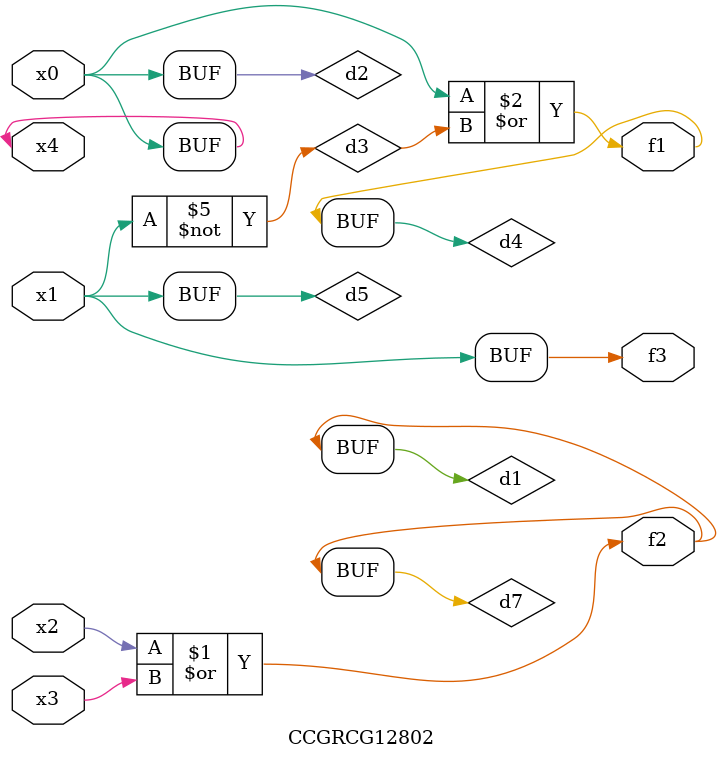
<source format=v>
module CCGRCG12802(
	input x0, x1, x2, x3, x4,
	output f1, f2, f3
);

	wire d1, d2, d3, d4, d5, d6, d7;

	or (d1, x2, x3);
	buf (d2, x0, x4);
	not (d3, x1);
	or (d4, d2, d3);
	not (d5, d3);
	nand (d6, d1, d3);
	or (d7, d1);
	assign f1 = d4;
	assign f2 = d7;
	assign f3 = d5;
endmodule

</source>
